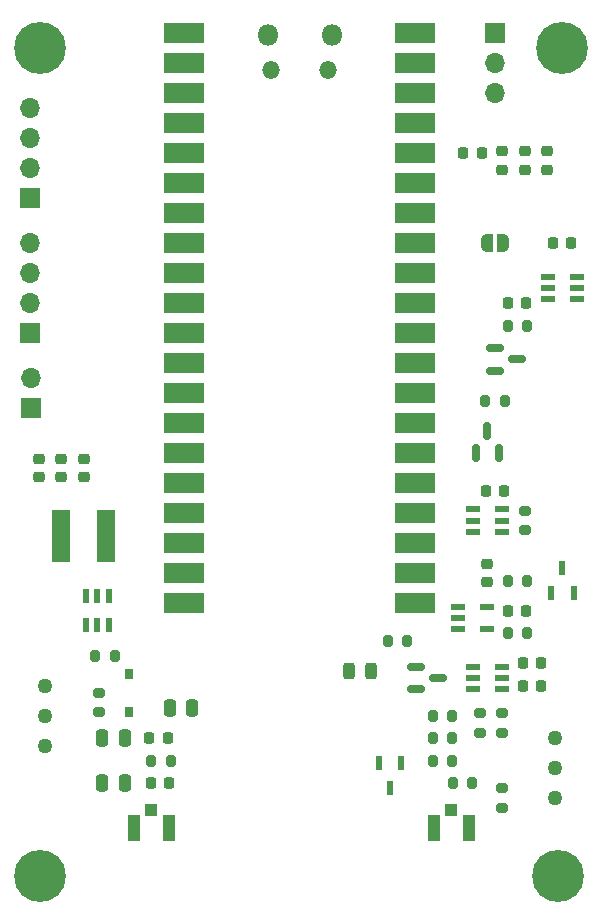
<source format=gbr>
%TF.GenerationSoftware,KiCad,Pcbnew,7.0.2-27-g7a50654f3b*%
%TF.CreationDate,2023-07-25T18:12:13-07:00*%
%TF.ProjectId,open_gamma_low_noise_v2,6f70656e-5f67-4616-9d6d-615f6c6f775f,rev?*%
%TF.SameCoordinates,Original*%
%TF.FileFunction,Soldermask,Top*%
%TF.FilePolarity,Negative*%
%FSLAX46Y46*%
G04 Gerber Fmt 4.6, Leading zero omitted, Abs format (unit mm)*
G04 Created by KiCad (PCBNEW 7.0.2-27-g7a50654f3b) date 2023-07-25 18:12:13*
%MOMM*%
%LPD*%
G01*
G04 APERTURE LIST*
G04 Aperture macros list*
%AMRoundRect*
0 Rectangle with rounded corners*
0 $1 Rounding radius*
0 $2 $3 $4 $5 $6 $7 $8 $9 X,Y pos of 4 corners*
0 Add a 4 corners polygon primitive as box body*
4,1,4,$2,$3,$4,$5,$6,$7,$8,$9,$2,$3,0*
0 Add four circle primitives for the rounded corners*
1,1,$1+$1,$2,$3*
1,1,$1+$1,$4,$5*
1,1,$1+$1,$6,$7*
1,1,$1+$1,$8,$9*
0 Add four rect primitives between the rounded corners*
20,1,$1+$1,$2,$3,$4,$5,0*
20,1,$1+$1,$4,$5,$6,$7,0*
20,1,$1+$1,$6,$7,$8,$9,0*
20,1,$1+$1,$8,$9,$2,$3,0*%
%AMFreePoly0*
4,1,19,0.500000,-0.750000,0.000000,-0.750000,0.000000,-0.744911,-0.071157,-0.744911,-0.207708,-0.704816,-0.327430,-0.627875,-0.420627,-0.520320,-0.479746,-0.390866,-0.500000,-0.250000,-0.500000,0.250000,-0.479746,0.390866,-0.420627,0.520320,-0.327430,0.627875,-0.207708,0.704816,-0.071157,0.744911,0.000000,0.744911,0.000000,0.750000,0.500000,0.750000,0.500000,-0.750000,0.500000,-0.750000,
$1*%
%AMFreePoly1*
4,1,19,0.000000,0.744911,0.071157,0.744911,0.207708,0.704816,0.327430,0.627875,0.420627,0.520320,0.479746,0.390866,0.500000,0.250000,0.500000,-0.250000,0.479746,-0.390866,0.420627,-0.520320,0.327430,-0.627875,0.207708,-0.704816,0.071157,-0.744911,0.000000,-0.744911,0.000000,-0.750000,-0.500000,-0.750000,-0.500000,0.750000,0.000000,0.750000,0.000000,0.744911,0.000000,0.744911,
$1*%
G04 Aperture macros list end*
%ADD10RoundRect,0.150000X0.150000X-0.587500X0.150000X0.587500X-0.150000X0.587500X-0.150000X-0.587500X0*%
%ADD11R,1.700000X1.700000*%
%ADD12O,1.700000X1.700000*%
%ADD13R,0.760000X0.820000*%
%ADD14R,1.200000X0.600000*%
%ADD15C,0.700000*%
%ADD16C,4.400000*%
%ADD17RoundRect,0.200000X0.200000X0.275000X-0.200000X0.275000X-0.200000X-0.275000X0.200000X-0.275000X0*%
%ADD18RoundRect,0.200000X-0.200000X-0.275000X0.200000X-0.275000X0.200000X0.275000X-0.200000X0.275000X0*%
%ADD19RoundRect,0.225000X0.225000X0.250000X-0.225000X0.250000X-0.225000X-0.250000X0.225000X-0.250000X0*%
%ADD20R,1.550000X4.500000*%
%ADD21RoundRect,0.225000X-0.225000X-0.250000X0.225000X-0.250000X0.225000X0.250000X-0.225000X0.250000X0*%
%ADD22C,1.269000*%
%ADD23RoundRect,0.200000X0.275000X-0.200000X0.275000X0.200000X-0.275000X0.200000X-0.275000X-0.200000X0*%
%ADD24RoundRect,0.225000X-0.250000X0.225000X-0.250000X-0.225000X0.250000X-0.225000X0.250000X0.225000X0*%
%ADD25RoundRect,0.150000X-0.587500X-0.150000X0.587500X-0.150000X0.587500X0.150000X-0.587500X0.150000X0*%
%ADD26RoundRect,0.243750X-0.243750X-0.456250X0.243750X-0.456250X0.243750X0.456250X-0.243750X0.456250X0*%
%ADD27RoundRect,0.200000X-0.275000X0.200000X-0.275000X-0.200000X0.275000X-0.200000X0.275000X0.200000X0*%
%ADD28RoundRect,0.218750X0.256250X-0.218750X0.256250X0.218750X-0.256250X0.218750X-0.256250X-0.218750X0*%
%ADD29FreePoly0,0.000000*%
%ADD30FreePoly1,0.000000*%
%ADD31RoundRect,0.218750X-0.218750X-0.256250X0.218750X-0.256250X0.218750X0.256250X-0.218750X0.256250X0*%
%ADD32O,1.800000X1.800000*%
%ADD33O,1.500000X1.500000*%
%ADD34R,3.500000X1.700000*%
%ADD35RoundRect,0.225000X0.250000X-0.225000X0.250000X0.225000X-0.250000X0.225000X-0.250000X-0.225000X0*%
%ADD36RoundRect,0.218750X0.218750X0.256250X-0.218750X0.256250X-0.218750X-0.256250X0.218750X-0.256250X0*%
%ADD37R,0.600000X1.250000*%
%ADD38RoundRect,0.250000X-0.250000X-0.475000X0.250000X-0.475000X0.250000X0.475000X-0.250000X0.475000X0*%
%ADD39R,0.600000X1.200000*%
%ADD40R,0.990600X1.041400*%
%ADD41R,1.041400X2.209800*%
%ADD42RoundRect,0.250000X0.250000X0.475000X-0.250000X0.475000X-0.250000X-0.475000X0.250000X-0.475000X0*%
G04 APERTURE END LIST*
D10*
%TO.C,D2*%
X187645000Y-82520000D03*
X189545000Y-82520000D03*
X188595000Y-80645000D03*
%TD*%
D11*
%TO.C,I2C1*%
X149860000Y-60960000D03*
D12*
X149860000Y-58420000D03*
X149860000Y-55880000D03*
X149860000Y-53340000D03*
%TD*%
D13*
%TO.C,D1*%
X158230000Y-104470000D03*
X158230000Y-101270000D03*
%TD*%
D14*
%TO.C,U4*%
X193695000Y-67630000D03*
X193695000Y-68580000D03*
X193695000Y-69530000D03*
X196195000Y-69530000D03*
X196195000Y-68580000D03*
X196195000Y-67630000D03*
%TD*%
D15*
%TO.C,H3*%
X149100000Y-118364000D03*
X149583274Y-117197274D03*
X149583274Y-119530726D03*
X150750000Y-116714000D03*
D16*
X150750000Y-118364000D03*
D15*
X150750000Y-120014000D03*
X151916726Y-117197274D03*
X151916726Y-119530726D03*
X152400000Y-118364000D03*
%TD*%
D17*
%TO.C,R1*%
X191960000Y-71755000D03*
X190310000Y-71755000D03*
%TD*%
D18*
%TO.C,R17*%
X183960000Y-108585000D03*
X185610000Y-108585000D03*
%TD*%
D19*
%TO.C,C4*%
X195720000Y-64770000D03*
X194170000Y-64770000D03*
%TD*%
D20*
%TO.C,L1*%
X156325000Y-89535000D03*
X152475000Y-89535000D03*
%TD*%
D18*
%TO.C,R6*%
X183960000Y-104775000D03*
X185610000Y-104775000D03*
%TD*%
D21*
%TO.C,C3*%
X191630000Y-100330000D03*
X193180000Y-100330000D03*
%TD*%
%TO.C,C6*%
X191630000Y-102235000D03*
X193180000Y-102235000D03*
%TD*%
D18*
%TO.C,R14*%
X190310000Y-97790000D03*
X191960000Y-97790000D03*
%TD*%
D19*
%TO.C,C8*%
X191910000Y-69850000D03*
X190360000Y-69850000D03*
%TD*%
D18*
%TO.C,R15*%
X183960000Y-106680000D03*
X185610000Y-106680000D03*
%TD*%
D21*
%TO.C,C2*%
X160135000Y-110490000D03*
X161685000Y-110490000D03*
%TD*%
D22*
%TO.C,R8*%
X194310000Y-111760000D03*
X194310000Y-109220000D03*
X194310000Y-106680000D03*
%TD*%
D23*
%TO.C,R9*%
X155690000Y-104520000D03*
X155690000Y-102870000D03*
%TD*%
D24*
%TO.C,C14*%
X189865000Y-57010000D03*
X189865000Y-58560000D03*
%TD*%
D11*
%TO.C,UART1*%
X149975000Y-78740000D03*
D12*
X149975000Y-76200000D03*
%TD*%
D22*
%TO.C,R2*%
X151130000Y-107315000D03*
X151130000Y-104775000D03*
X151130000Y-102235000D03*
%TD*%
D14*
%TO.C,U8*%
X187345000Y-100650000D03*
X187345000Y-101600000D03*
X187345000Y-102550000D03*
X189845000Y-102550000D03*
X189845000Y-101600000D03*
X189845000Y-100650000D03*
%TD*%
D15*
%TO.C,H4*%
X192914000Y-118364000D03*
X193397274Y-117197274D03*
X193397274Y-119530726D03*
X194564000Y-116714000D03*
D16*
X194564000Y-118364000D03*
D15*
X194564000Y-120014000D03*
X195730726Y-117197274D03*
X195730726Y-119530726D03*
X196214000Y-118364000D03*
%TD*%
D25*
%TO.C,D3*%
X182577500Y-100650000D03*
X182577500Y-102550000D03*
X184452500Y-101600000D03*
%TD*%
D15*
%TO.C,H2*%
X193296000Y-48260000D03*
X193779274Y-47093274D03*
X193779274Y-49426726D03*
X194946000Y-46610000D03*
D16*
X194946000Y-48260000D03*
D15*
X194946000Y-49910000D03*
X196112726Y-47093274D03*
X196112726Y-49426726D03*
X196596000Y-48260000D03*
%TD*%
D26*
%TO.C,ACT1*%
X176862500Y-100965000D03*
X178737500Y-100965000D03*
%TD*%
D27*
%TO.C,R11*%
X189865000Y-104585000D03*
X189865000Y-106235000D03*
%TD*%
D21*
%TO.C,C7*%
X190360000Y-95885000D03*
X191910000Y-95885000D03*
%TD*%
D28*
%TO.C,L2*%
X152515000Y-84607500D03*
X152515000Y-83032500D03*
%TD*%
D25*
%TO.C,Q1*%
X189230000Y-73665000D03*
X189230000Y-75565000D03*
X191105000Y-74615000D03*
%TD*%
D29*
%TO.C,JP1*%
X188580000Y-64770000D03*
D30*
X189880000Y-64770000D03*
%TD*%
D19*
%TO.C,C10*%
X190005000Y-85725000D03*
X188455000Y-85725000D03*
%TD*%
D18*
%TO.C,R12*%
X190310000Y-93345000D03*
X191960000Y-93345000D03*
%TD*%
D31*
%TO.C,L3*%
X186537500Y-57150000D03*
X188112500Y-57150000D03*
%TD*%
D32*
%TO.C,U3*%
X169995000Y-47120000D03*
D33*
X170295000Y-50150000D03*
X175145000Y-50150000D03*
D32*
X175445000Y-47120000D03*
D34*
X162930000Y-46990000D03*
X162930000Y-49530000D03*
X162930000Y-52070000D03*
X162930000Y-54610000D03*
X162930000Y-57150000D03*
X162930000Y-59690000D03*
X162930000Y-62230000D03*
X162930000Y-64770000D03*
X162930000Y-67310000D03*
X162930000Y-69850000D03*
X162930000Y-72390000D03*
X162930000Y-74930000D03*
X162930000Y-77470000D03*
X162930000Y-80010000D03*
X162930000Y-82550000D03*
X162930000Y-85090000D03*
X162930000Y-87630000D03*
X162930000Y-90170000D03*
X162930000Y-92710000D03*
X162930000Y-95250000D03*
X182510000Y-95250000D03*
X182510000Y-92710000D03*
X182510000Y-90170000D03*
X182510000Y-87630000D03*
X182510000Y-85090000D03*
X182510000Y-82550000D03*
X182510000Y-80010000D03*
X182510000Y-77470000D03*
X182510000Y-74930000D03*
X182510000Y-72390000D03*
X182510000Y-69850000D03*
X182510000Y-67310000D03*
X182510000Y-64770000D03*
X182510000Y-62230000D03*
X182510000Y-59690000D03*
X182510000Y-57150000D03*
X182510000Y-54610000D03*
X182510000Y-52070000D03*
X182510000Y-49530000D03*
X182510000Y-46990000D03*
%TD*%
D35*
%TO.C,C9*%
X188595000Y-93485000D03*
X188595000Y-91935000D03*
%TD*%
D11*
%TO.C,J3*%
X189230000Y-46990000D03*
D12*
X189230000Y-49530000D03*
X189230000Y-52070000D03*
%TD*%
D36*
%TO.C,L4*%
X161557500Y-106680000D03*
X159982500Y-106680000D03*
%TD*%
D24*
%TO.C,C11*%
X191770000Y-57010000D03*
X191770000Y-58560000D03*
%TD*%
D37*
%TO.C,U6*%
X193995000Y-94395000D03*
X195895000Y-94395000D03*
X194945000Y-92295000D03*
%TD*%
D38*
%TO.C,C5*%
X161725000Y-104140000D03*
X163625000Y-104140000D03*
%TD*%
D39*
%TO.C,U5*%
X154625000Y-97135000D03*
X155575000Y-97135000D03*
X156525000Y-97135000D03*
X156525000Y-94635000D03*
X155575000Y-94635000D03*
X154625000Y-94635000D03*
%TD*%
D27*
%TO.C,R10*%
X191770000Y-87440000D03*
X191770000Y-89090000D03*
%TD*%
D17*
%TO.C,R13*%
X157035000Y-99695000D03*
X155385000Y-99695000D03*
%TD*%
D40*
%TO.C,J1*%
X160135000Y-112779200D03*
D41*
X161614300Y-114300000D03*
X158655700Y-114300000D03*
%TD*%
D23*
%TO.C,R16*%
X189865000Y-112585000D03*
X189865000Y-110935000D03*
%TD*%
D17*
%TO.C,R19*%
X161785000Y-108585000D03*
X160135000Y-108585000D03*
%TD*%
D18*
%TO.C,R3*%
X188405000Y-78105000D03*
X190055000Y-78105000D03*
%TD*%
D17*
%TO.C,R5*%
X181800000Y-98425000D03*
X180150000Y-98425000D03*
%TD*%
D24*
%TO.C,C13*%
X154420000Y-83045000D03*
X154420000Y-84595000D03*
%TD*%
D42*
%TO.C,C1*%
X157910000Y-110490000D03*
X156010000Y-110490000D03*
%TD*%
D35*
%TO.C,C15*%
X150610000Y-84595000D03*
X150610000Y-83045000D03*
%TD*%
D23*
%TO.C,R7*%
X187960000Y-106235000D03*
X187960000Y-104585000D03*
%TD*%
D14*
%TO.C,U1*%
X186075000Y-95570000D03*
X186075000Y-96520000D03*
X186075000Y-97470000D03*
X188575000Y-97470000D03*
X188575000Y-95570000D03*
%TD*%
D37*
%TO.C,U2*%
X181290000Y-108805000D03*
X179390000Y-108805000D03*
X180340000Y-110905000D03*
%TD*%
D18*
%TO.C,R4*%
X185675000Y-110490000D03*
X187325000Y-110490000D03*
%TD*%
D15*
%TO.C,H1*%
X149100000Y-48260000D03*
X149583274Y-47093274D03*
X149583274Y-49426726D03*
X150750000Y-46610000D03*
D16*
X150750000Y-48260000D03*
D15*
X150750000Y-49910000D03*
X151916726Y-47093274D03*
X151916726Y-49426726D03*
X152400000Y-48260000D03*
%TD*%
D42*
%TO.C,C16*%
X157910000Y-106680000D03*
X156010000Y-106680000D03*
%TD*%
D11*
%TO.C,SPI1*%
X149860000Y-72390000D03*
D12*
X149860000Y-69850000D03*
X149860000Y-67310000D03*
X149860000Y-64770000D03*
%TD*%
D14*
%TO.C,U7*%
X187345000Y-87315000D03*
X187345000Y-88265000D03*
X187345000Y-89215000D03*
X189845000Y-89215000D03*
X189845000Y-88265000D03*
X189845000Y-87315000D03*
%TD*%
D24*
%TO.C,C12*%
X193675000Y-57010000D03*
X193675000Y-58560000D03*
%TD*%
D40*
%TO.C,J2*%
X185535000Y-112779200D03*
D41*
X187014300Y-114300000D03*
X184055700Y-114300000D03*
%TD*%
M02*

</source>
